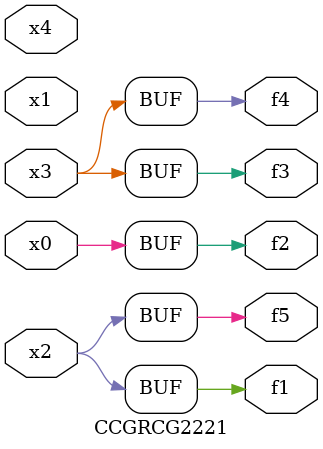
<source format=v>
module CCGRCG2221(
	input x0, x1, x2, x3, x4,
	output f1, f2, f3, f4, f5
);
	assign f1 = x2;
	assign f2 = x0;
	assign f3 = x3;
	assign f4 = x3;
	assign f5 = x2;
endmodule

</source>
